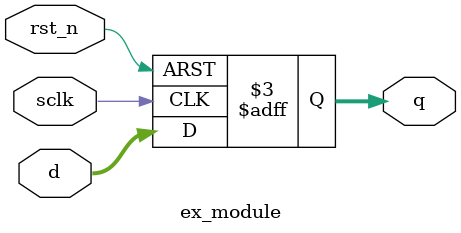
<source format=v>
module ex_module(
       input wire	    sclk,
       input wire	    rst_n,
	   input wire [7:0]	d,
       output reg [7:0] q	   

); 


always @(posedge sclk or negedge rst_n)
begin
  if(rst_n == 1'b0)
    q <= 8'h00;
  else
    q <= d;
end

endmodule
</source>
